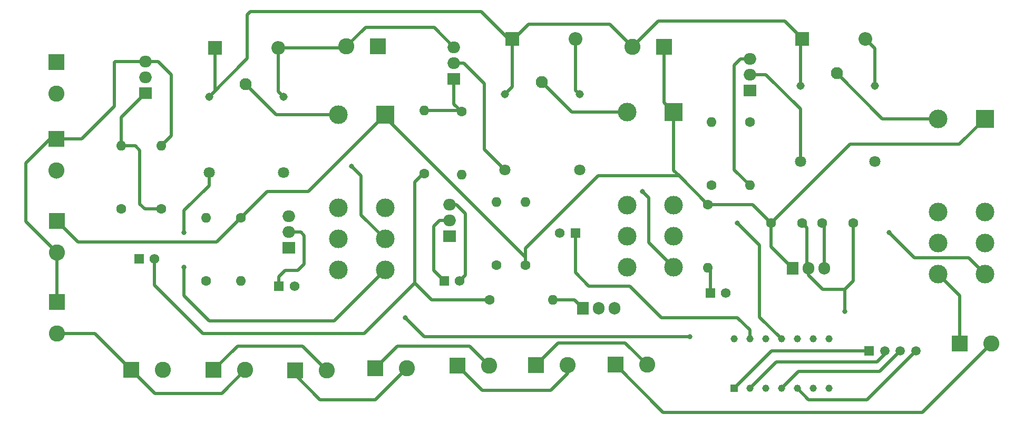
<source format=gbr>
%TF.GenerationSoftware,KiCad,Pcbnew,7.0.5*%
%TF.CreationDate,2024-01-10T23:37:05+05:30*%
%TF.ProjectId,Shutdown Circuit,53687574-646f-4776-9e20-436972637569,rev?*%
%TF.SameCoordinates,Original*%
%TF.FileFunction,Copper,L1,Top*%
%TF.FilePolarity,Positive*%
%FSLAX46Y46*%
G04 Gerber Fmt 4.6, Leading zero omitted, Abs format (unit mm)*
G04 Created by KiCad (PCBNEW 7.0.5) date 2024-01-10 23:37:05*
%MOMM*%
%LPD*%
G01*
G04 APERTURE LIST*
%TA.AperFunction,ComponentPad*%
%ADD10C,1.600000*%
%TD*%
%TA.AperFunction,ComponentPad*%
%ADD11R,2.000000X1.905000*%
%TD*%
%TA.AperFunction,ComponentPad*%
%ADD12O,2.000000X1.905000*%
%TD*%
%TA.AperFunction,ComponentPad*%
%ADD13R,1.905000X2.000000*%
%TD*%
%TA.AperFunction,ComponentPad*%
%ADD14O,1.905000X2.000000*%
%TD*%
%TA.AperFunction,ComponentPad*%
%ADD15O,1.600000X1.600000*%
%TD*%
%TA.AperFunction,ComponentPad*%
%ADD16R,2.600000X2.600000*%
%TD*%
%TA.AperFunction,ComponentPad*%
%ADD17C,2.600000*%
%TD*%
%TA.AperFunction,ComponentPad*%
%ADD18C,1.308000*%
%TD*%
%TA.AperFunction,ComponentPad*%
%ADD19C,1.950000*%
%TD*%
%TA.AperFunction,ComponentPad*%
%ADD20C,1.800000*%
%TD*%
%TA.AperFunction,ComponentPad*%
%ADD21C,1.575000*%
%TD*%
%TA.AperFunction,ComponentPad*%
%ADD22R,1.575000X1.575000*%
%TD*%
%TA.AperFunction,ComponentPad*%
%ADD23R,2.200000X2.200000*%
%TD*%
%TA.AperFunction,ComponentPad*%
%ADD24O,2.200000X2.200000*%
%TD*%
%TA.AperFunction,ComponentPad*%
%ADD25C,3.000000*%
%TD*%
%TA.AperFunction,ComponentPad*%
%ADD26R,3.000000X3.000000*%
%TD*%
%TA.AperFunction,ComponentPad*%
%ADD27R,1.170000X1.170000*%
%TD*%
%TA.AperFunction,ComponentPad*%
%ADD28C,1.170000*%
%TD*%
%TA.AperFunction,ComponentPad*%
%ADD29R,1.508000X1.508000*%
%TD*%
%TA.AperFunction,ComponentPad*%
%ADD30C,1.508000*%
%TD*%
%TA.AperFunction,ViaPad*%
%ADD31C,0.800000*%
%TD*%
%TA.AperFunction,Conductor*%
%ADD32C,0.500000*%
%TD*%
%TA.AperFunction,Conductor*%
%ADD33C,0.200000*%
%TD*%
%TA.AperFunction,Conductor*%
%ADD34C,0.250000*%
%TD*%
G04 APERTURE END LIST*
D10*
%TO.P,C2,2*%
%TO.N,SDC-*%
X174026200Y-60497600D03*
%TO.P,C2,1*%
%TO.N,+5V*%
X169026200Y-60497600D03*
%TD*%
D11*
%TO.P,Q7,1,G*%
%TO.N,Net-(Q7-G)*%
X83413600Y-64465200D03*
D12*
%TO.P,Q7,2,D*%
%TO.N,Net-(Q7-D)*%
X83413600Y-61925200D03*
%TO.P,Q7,3,S*%
%TO.N,SDC-*%
X83413600Y-59385200D03*
%TD*%
D13*
%TO.P,Q5,1,G*%
%TO.N,Net-(Q5-G)*%
X130581400Y-74147800D03*
D14*
%TO.P,Q5,2,D*%
%TO.N,Net-(Q5-D)*%
X133121400Y-74147800D03*
%TO.P,Q5,3,S*%
%TO.N,SDC-*%
X135661400Y-74147800D03*
%TD*%
D11*
%TO.P,Q3,1,G*%
%TO.N,Net-(Q3-G)*%
X109174400Y-62585600D03*
D12*
%TO.P,Q3,2,D*%
%TO.N,Net-(Q3-D)*%
X109174400Y-60045600D03*
%TO.P,Q3,3,S*%
%TO.N,SDC-*%
X109174400Y-57505600D03*
%TD*%
D10*
%TO.P,C1,2*%
%TO.N,SDC-*%
X165847400Y-60472200D03*
%TO.P,C1,1*%
%TO.N,Trac In*%
X160847400Y-60472200D03*
%TD*%
%TO.P,R3,1*%
%TO.N,Net-(Q4-G)*%
X62890400Y-58216800D03*
D15*
%TO.P,R3,2*%
%TO.N,SDC-*%
X62890400Y-48056800D03*
%TD*%
D16*
%TO.P,J4,1,Pin_1*%
%TO.N,Net-(J3-Pin_2)*%
X110510400Y-83413800D03*
D17*
%TO.P,J4,2,Pin_2*%
%TO.N,Net-(J4-Pin_2)*%
X115590400Y-83413800D03*
%TD*%
D16*
%TO.P,J15,1,Pin_1*%
%TO.N,Net-(J15-Pin_1)*%
X58064400Y-84099400D03*
D17*
%TO.P,J15,2,Pin_2*%
%TO.N,SDC+*%
X63144400Y-84099400D03*
%TD*%
D18*
%TO.P,K1,COIL1*%
%TO.N,SDC-*%
X130117900Y-39752500D03*
%TO.P,K1,COIL2*%
%TO.N,reset*%
X118117900Y-39752500D03*
D19*
%TO.P,K1,COM*%
%TO.N,Net-(K1-PadCOM)*%
X123997900Y-37752500D03*
D20*
%TO.P,K1,NC*%
%TO.N,unconnected-(K1-PadNC)*%
X130117900Y-51952500D03*
%TO.P,K1,NO*%
%TO.N,Net-(Q1-D)*%
X118117900Y-51952500D03*
%TD*%
D21*
%TO.P,J17,2,2*%
%TO.N,SDC-*%
X153599200Y-71738000D03*
D22*
%TO.P,J17,1,1*%
%TO.N,Net-(Q5-D)*%
X151099200Y-71738000D03*
%TD*%
D10*
%TO.P,R6,1*%
%TO.N,BSPD fault*%
X116763800Y-67233800D03*
D15*
%TO.P,R6,2*%
%TO.N,Net-(Q3-G)*%
X116763800Y-57073800D03*
%TD*%
D16*
%TO.P,J1,1,Pin_1*%
%TO.N,Net-(J1-Pin_1)*%
X191180800Y-79832400D03*
D17*
%TO.P,J1,2,Pin_2*%
%TO.N,Net-(J1-Pin_2)*%
X196260800Y-79832400D03*
%TD*%
D23*
%TO.P,D2,1,K*%
%TO.N,reset*%
X119311700Y-30819700D03*
D24*
%TO.P,D2,2,A*%
%TO.N,SDC-*%
X129471700Y-30819700D03*
%TD*%
D11*
%TO.P,Q2,1,G*%
%TO.N,Net-(Q2-G)*%
X157480000Y-39166800D03*
D12*
%TO.P,Q2,2,D*%
%TO.N,Net-(Q2-D)*%
X157480000Y-36626800D03*
%TO.P,Q2,3,S*%
%TO.N,SDC-*%
X157480000Y-34086800D03*
%TD*%
D11*
%TO.P,Q4,1,G*%
%TO.N,Net-(Q4-G)*%
X60381000Y-39547800D03*
D12*
%TO.P,Q4,2,D*%
%TO.N,Net-(Q4-D)*%
X60381000Y-37007800D03*
%TO.P,Q4,3,S*%
%TO.N,SDC-*%
X60381000Y-34467800D03*
%TD*%
D16*
%TO.P,J7,1,Pin_1*%
%TO.N,Net-(J6-Pin_2)*%
X71297800Y-84099400D03*
D17*
%TO.P,J7,2,Pin_2*%
%TO.N,Net-(J15-Pin_1)*%
X76377800Y-84099400D03*
%TD*%
D10*
%TO.P,R11,1*%
%TO.N,Trac In*%
X121361200Y-67233800D03*
D15*
%TO.P,R11,2*%
%TO.N,Net-(Q3-D)*%
X121361200Y-57073800D03*
%TD*%
D22*
%TO.P,J16,1,1*%
%TO.N,Net-(Q3-D)*%
X108345600Y-69748400D03*
D21*
%TO.P,J16,2,2*%
%TO.N,SDC-*%
X110845600Y-69748400D03*
%TD*%
D17*
%TO.P,J11,2,Pin_2*%
%TO.N,SDC+*%
X46022614Y-52022798D03*
D16*
%TO.P,J11,1,Pin_1*%
%TO.N,SDC-*%
X46022614Y-46942798D03*
%TD*%
D18*
%TO.P,K3,COIL1*%
%TO.N,SDC-*%
X177557200Y-38371400D03*
%TO.P,K3,COIL2*%
%TO.N,reset*%
X165557200Y-38371400D03*
D19*
%TO.P,K3,COM*%
%TO.N,Net-(K3-PadCOM)*%
X171437200Y-36371400D03*
D20*
%TO.P,K3,NC*%
%TO.N,unconnected-(K3-PadNC)*%
X177557200Y-50571400D03*
%TO.P,K3,NO*%
%TO.N,Net-(Q2-D)*%
X165557200Y-50571400D03*
%TD*%
D10*
%TO.P,R12,1*%
%TO.N,Trac In*%
X150723600Y-57480200D03*
D15*
%TO.P,R12,2*%
%TO.N,Net-(Q5-D)*%
X150723600Y-67640200D03*
%TD*%
D16*
%TO.P,J5,1,Pin_1*%
%TO.N,Net-(J4-Pin_2)*%
X97226200Y-83845600D03*
D17*
%TO.P,J5,2,Pin_2*%
%TO.N,Net-(J5-Pin_2)*%
X102306200Y-83845600D03*
%TD*%
D11*
%TO.P,Q1,1,G*%
%TO.N,Net-(Q1-G)*%
X109911000Y-37236400D03*
D12*
%TO.P,Q1,2,D*%
%TO.N,Net-(Q1-D)*%
X109911000Y-34696400D03*
%TO.P,Q1,3,S*%
%TO.N,SDC-*%
X109911000Y-32156400D03*
%TD*%
D10*
%TO.P,R8,1*%
%TO.N,Net-(Q2-G)*%
X157429200Y-44246800D03*
D15*
%TO.P,R8,2*%
%TO.N,SDC-*%
X157429200Y-54406800D03*
%TD*%
D22*
%TO.P,J14,1,1*%
%TO.N,Net-(Q7-D)*%
X81782600Y-70595000D03*
D21*
%TO.P,J14,2,2*%
%TO.N,SDC-*%
X84282600Y-70595000D03*
%TD*%
D10*
%TO.P,R1,1*%
%TO.N,AMS Fault*%
X70078600Y-69773800D03*
D15*
%TO.P,R1,2*%
%TO.N,Net-(Q7-G)*%
X70078600Y-59613800D03*
%TD*%
D18*
%TO.P,K7,COIL1*%
%TO.N,SDC-*%
X82555600Y-40153400D03*
%TO.P,K7,COIL2*%
%TO.N,reset*%
X70555600Y-40153400D03*
D19*
%TO.P,K7,COM*%
%TO.N,Net-(K2-Pad11)*%
X76435600Y-38153400D03*
D20*
%TO.P,K7,NC*%
%TO.N,unconnected-(K7-PadNC)*%
X82555600Y-52353400D03*
%TO.P,K7,NO*%
%TO.N,Net-(Q4-D)*%
X70555600Y-52353400D03*
%TD*%
D23*
%TO.P,D3,1,K*%
%TO.N,reset*%
X165869900Y-30845100D03*
D24*
%TO.P,D3,2,A*%
%TO.N,SDC-*%
X176029900Y-30845100D03*
%TD*%
D16*
%TO.P,J3,1,Pin_1*%
%TO.N,Net-(J2-Pin_2)*%
X123063000Y-83312000D03*
D17*
%TO.P,J3,2,Pin_2*%
%TO.N,Net-(J3-Pin_2)*%
X128143000Y-83312000D03*
%TD*%
D25*
%TO.P,K4,11*%
%TO.N,Net-(K1-PadCOM)*%
X145218800Y-62581800D03*
%TO.P,K4,12*%
%TO.N,unconnected-(K4-Pad12)*%
X145218800Y-57581800D03*
%TO.P,K4,14*%
%TO.N,Net-(Q1-D)*%
X145218800Y-67581800D03*
%TO.P,K4,21*%
%TO.N,IMD In*%
X137718800Y-62581800D03*
%TO.P,K4,22*%
%TO.N,unconnected-(K4-Pad22)*%
X137718800Y-57581800D03*
%TO.P,K4,24*%
%TO.N,AMS In*%
X137718800Y-67581800D03*
D26*
%TO.P,K4,A1*%
%TO.N,Trac In*%
X145218800Y-42581800D03*
D25*
%TO.P,K4,A2*%
%TO.N,Net-(K1-PadCOM)*%
X137718800Y-42581800D03*
%TD*%
D16*
%TO.P,J2,1,Pin_1*%
%TO.N,Net-(J1-Pin_2)*%
X135834200Y-83261400D03*
D17*
%TO.P,J2,2,Pin_2*%
%TO.N,Net-(J2-Pin_2)*%
X140914200Y-83261400D03*
%TD*%
D10*
%TO.P,R7,1*%
%TO.N,AMS Fault*%
X151282400Y-54381400D03*
D15*
%TO.P,R7,2*%
%TO.N,Net-(Q2-G)*%
X151282400Y-44221400D03*
%TD*%
D16*
%TO.P,J10,1,Pin_1*%
%TO.N,Trac In*%
X46099014Y-60104998D03*
D17*
%TO.P,J10,2,Pin_2*%
%TO.N,SDC-*%
X46099014Y-65184998D03*
%TD*%
D16*
%TO.P,J22,1,Pin_1*%
%TO.N,SDC-*%
X46149814Y-73135198D03*
D17*
%TO.P,J22,2,Pin_2*%
%TO.N,Net-(J15-Pin_1)*%
X46149814Y-78215198D03*
%TD*%
D13*
%TO.P,U2,1,IN*%
%TO.N,Trac In*%
X164338000Y-67741800D03*
D14*
%TO.P,U2,2,GND*%
%TO.N,SDC-*%
X166878000Y-67741800D03*
%TO.P,U2,3,OUT*%
%TO.N,+5V*%
X169418000Y-67741800D03*
%TD*%
D22*
%TO.P,J13,1,1*%
%TO.N,BMS5*%
X129416100Y-62069200D03*
D21*
%TO.P,J13,2,2*%
%TO.N,unconnected-(J13-Pad2)*%
X126916100Y-62069200D03*
%TD*%
D27*
%TO.P,U1,1,1A*%
%TO.N,BMS1*%
X154889200Y-87071200D03*
D28*
%TO.P,U1,2,1B*%
%TO.N,BMS2*%
X157429200Y-87071200D03*
%TO.P,U1,3,1Y*%
%TO.N,out1*%
X159969200Y-87071200D03*
%TO.P,U1,4,2A*%
%TO.N,BMS3*%
X162509200Y-87071200D03*
%TO.P,U1,5,2B*%
%TO.N,BMS4*%
X165049200Y-87071200D03*
%TO.P,U1,6,2Y*%
%TO.N,out2*%
X167589200Y-87071200D03*
%TO.P,U1,7,GND*%
%TO.N,SDC-*%
X170129200Y-87071200D03*
%TO.P,U1,8,3Y*%
%TO.N,out3*%
X170129200Y-79131200D03*
%TO.P,U1,9,3A*%
%TO.N,out2*%
X167589200Y-79131200D03*
%TO.P,U1,10,3B*%
%TO.N,out1*%
X165049200Y-79131200D03*
%TO.P,U1,11,4Y*%
%TO.N,AMS Fault*%
X162509200Y-79131200D03*
%TO.P,U1,12,4A*%
%TO.N,out3*%
X159969200Y-79131200D03*
%TO.P,U1,13,4B*%
%TO.N,BMS5*%
X157429200Y-79131200D03*
%TO.P,U1,14,VCC*%
%TO.N,+5V*%
X154889200Y-79131200D03*
%TD*%
D16*
%TO.P,J6,1,Pin_1*%
%TO.N,Net-(J5-Pin_2)*%
X84353400Y-84150200D03*
D17*
%TO.P,J6,2,Pin_2*%
%TO.N,Net-(J6-Pin_2)*%
X89433400Y-84150200D03*
%TD*%
D10*
%TO.P,R4,1*%
%TO.N,IMD Fault*%
X105130600Y-52527200D03*
D15*
%TO.P,R4,2*%
%TO.N,Net-(Q1-G)*%
X105130600Y-42367200D03*
%TD*%
D10*
%TO.P,R5,1*%
%TO.N,Net-(Q1-G)*%
X111150400Y-42545000D03*
D15*
%TO.P,R5,2*%
%TO.N,SDC-*%
X111150400Y-52705000D03*
%TD*%
D16*
%TO.P,J9,1,Pin_1*%
%TO.N,Trac In*%
X143692800Y-32080000D03*
D17*
%TO.P,J9,2,Pin_2*%
%TO.N,reset*%
X138612800Y-32080000D03*
%TD*%
D22*
%TO.P,J12,1,1*%
%TO.N,BSPD fault*%
X59326700Y-66200800D03*
D21*
%TO.P,J12,2,2*%
%TO.N,IMD Fault*%
X61826700Y-66200800D03*
%TD*%
D29*
%TO.P,J19,1,1*%
%TO.N,BMS1*%
X176596900Y-81059800D03*
D30*
%TO.P,J19,2,2*%
%TO.N,BMS2*%
X179096900Y-81059800D03*
%TO.P,J19,3,3*%
%TO.N,BMS3*%
X181596900Y-81059800D03*
%TO.P,J19,4,4*%
%TO.N,BMS4*%
X184096900Y-81059800D03*
%TD*%
D10*
%TO.P,R9,1*%
%TO.N,IMD Fault*%
X115620800Y-72821800D03*
D15*
%TO.P,R9,2*%
%TO.N,Net-(Q5-G)*%
X125780800Y-72821800D03*
%TD*%
D23*
%TO.P,D1,1,K*%
%TO.N,reset*%
X71526400Y-32308800D03*
D24*
%TO.P,D1,2,A*%
%TO.N,SDC-*%
X81686400Y-32308800D03*
%TD*%
D25*
%TO.P,K5,11*%
%TO.N,Net-(K3-PadCOM)*%
X195198100Y-63664500D03*
%TO.P,K5,12*%
%TO.N,unconnected-(K5-Pad12)*%
X195198100Y-58664500D03*
%TO.P,K5,14*%
%TO.N,Net-(Q2-D)*%
X195198100Y-68664500D03*
%TO.P,K5,21*%
%TO.N,AMS In*%
X187698100Y-63664500D03*
%TO.P,K5,22*%
%TO.N,unconnected-(K5-Pad22)*%
X187698100Y-58664500D03*
%TO.P,K5,24*%
%TO.N,Net-(J1-Pin_1)*%
X187698100Y-68664500D03*
D26*
%TO.P,K5,A1*%
%TO.N,Trac In*%
X195198100Y-43664500D03*
D25*
%TO.P,K5,A2*%
%TO.N,Net-(K3-PadCOM)*%
X187698100Y-43664500D03*
%TD*%
D16*
%TO.P,J18,1,Pin_1*%
%TO.N,BSPD In*%
X97724562Y-32035638D03*
D17*
%TO.P,J18,2,Pin_2*%
%TO.N,SDC-*%
X92644562Y-32035638D03*
%TD*%
D10*
%TO.P,R2,1*%
%TO.N,BSPD fault*%
X56489600Y-58216800D03*
D15*
%TO.P,R2,2*%
%TO.N,Net-(Q4-G)*%
X56489600Y-48056800D03*
%TD*%
D17*
%TO.P,J8,2,Pin_2*%
%TO.N,Trac In*%
X46073814Y-39662998D03*
D16*
%TO.P,J8,1,Pin_1*%
%TO.N,BSPD In*%
X46073814Y-34582998D03*
%TD*%
D25*
%TO.P,K2,11*%
%TO.N,Net-(K2-Pad11)*%
X98830500Y-63029500D03*
%TO.P,K2,12*%
%TO.N,unconnected-(K2-Pad12)*%
X98830500Y-58029500D03*
%TO.P,K2,14*%
%TO.N,Net-(Q4-D)*%
X98830500Y-68029500D03*
%TO.P,K2,21*%
%TO.N,BSPD In*%
X91330500Y-63029500D03*
%TO.P,K2,22*%
%TO.N,unconnected-(K2-Pad22)*%
X91330500Y-58029500D03*
%TO.P,K2,24*%
%TO.N,IMD In*%
X91330500Y-68029500D03*
D26*
%TO.P,K2,A1*%
%TO.N,Trac In*%
X98830500Y-43029500D03*
D25*
%TO.P,K2,A2*%
%TO.N,Net-(K2-Pad11)*%
X91330500Y-43029500D03*
%TD*%
D10*
%TO.P,R10,1*%
%TO.N,Trac In*%
X75666600Y-59613800D03*
D15*
%TO.P,R10,2*%
%TO.N,Net-(Q7-D)*%
X75666600Y-69773800D03*
%TD*%
D31*
%TO.N,AMS Fault*%
X102108000Y-75692000D03*
X147828000Y-78740000D03*
%TO.N,Net-(Q4-D)*%
X66548000Y-61976000D03*
X66548000Y-67564000D03*
%TO.N,Net-(Q1-D)*%
X140208000Y-55372000D03*
%TO.N,Net-(K2-Pad11)*%
X93472000Y-51308000D03*
%TO.N,Net-(Q2-D)*%
X179832000Y-61976000D03*
%TO.N,AMS Fault*%
X155448000Y-60452000D03*
%TO.N,SDC-*%
X172720000Y-74676000D03*
%TD*%
D32*
%TO.N,SDC-*%
X45005202Y-46942798D02*
X46022614Y-46942798D01*
X41148000Y-60233984D02*
X41148000Y-50800000D01*
X46099014Y-65184998D02*
X41148000Y-60233984D01*
X41148000Y-50800000D02*
X45005202Y-46942798D01*
%TO.N,AMS Fault*%
X105156000Y-78740000D02*
X147828000Y-78740000D01*
X102108000Y-75692000D02*
X105156000Y-78740000D01*
%TO.N,Net-(Q4-D)*%
X90660000Y-76200000D02*
X98830500Y-68029500D01*
X70612000Y-76200000D02*
X90660000Y-76200000D01*
X66548000Y-72136000D02*
X70612000Y-76200000D01*
X66548000Y-67564000D02*
X66548000Y-72136000D01*
X66548000Y-58420000D02*
X66548000Y-61976000D01*
X70555600Y-54412400D02*
X66548000Y-58420000D01*
X70555600Y-52353400D02*
X70555600Y-54412400D01*
%TO.N,IMD Fault*%
X95504000Y-78232000D02*
X103632000Y-70104000D01*
X61826700Y-70462700D02*
X69596000Y-78232000D01*
X61826700Y-66200800D02*
X61826700Y-70462700D01*
X69596000Y-78232000D02*
X95504000Y-78232000D01*
%TO.N,Net-(Q1-D)*%
X141224000Y-63587000D02*
X145218800Y-67581800D01*
X141224000Y-56388000D02*
X141224000Y-63587000D01*
X140208000Y-55372000D02*
X141224000Y-56388000D01*
%TO.N,reset*%
X71526400Y-39182600D02*
X70555600Y-40153400D01*
X71526400Y-32308800D02*
X71526400Y-39182600D01*
X77216000Y-26416000D02*
X114300000Y-26416000D01*
X118703700Y-30819700D02*
X119311700Y-30819700D01*
X76708000Y-26924000D02*
X77216000Y-26416000D01*
X70555600Y-40153400D02*
X76708000Y-34001000D01*
X76708000Y-34001000D02*
X76708000Y-26924000D01*
X114300000Y-26416000D02*
X118703700Y-30819700D01*
%TO.N,BMS5*%
X157429200Y-77673200D02*
X157429200Y-79131200D01*
X143256000Y-75692000D02*
X155448000Y-75692000D01*
X131572000Y-70612000D02*
X138176000Y-70612000D01*
X138176000Y-70612000D02*
X143256000Y-75692000D01*
X129416100Y-68456100D02*
X131572000Y-70612000D01*
X155448000Y-75692000D02*
X157429200Y-77673200D01*
X129416100Y-62069200D02*
X129416100Y-68456100D01*
%TO.N,Net-(Q3-D)*%
X107594400Y-60045600D02*
X109174400Y-60045600D01*
X106680000Y-60960000D02*
X107594400Y-60045600D01*
X106680000Y-68082800D02*
X106680000Y-60960000D01*
X108345600Y-69748400D02*
X106680000Y-68082800D01*
D33*
%TO.N,SDC-*%
X55372000Y-34544000D02*
X55448200Y-34467800D01*
D32*
X50085202Y-46942798D02*
X55372000Y-41656000D01*
X55372000Y-41656000D02*
X55372000Y-34544000D01*
X55448200Y-34467800D02*
X60381000Y-34467800D01*
X46022614Y-46942798D02*
X50085202Y-46942798D01*
%TO.N,Net-(Q4-G)*%
X60248800Y-58216800D02*
X62890400Y-58216800D01*
X59436000Y-57404000D02*
X60248800Y-58216800D01*
X59436000Y-48768000D02*
X59436000Y-57404000D01*
X58724800Y-48056800D02*
X59436000Y-48768000D01*
X56489600Y-48056800D02*
X58724800Y-48056800D01*
%TO.N,Net-(Q7-D)*%
X82804000Y-68072000D02*
X81782600Y-69093400D01*
X85852000Y-67056000D02*
X84836000Y-68072000D01*
X84836000Y-68072000D02*
X82804000Y-68072000D01*
X81782600Y-69093400D02*
X81782600Y-70595000D01*
X85852000Y-62484000D02*
X85852000Y-67056000D01*
X85293200Y-61925200D02*
X85852000Y-62484000D01*
X83413600Y-61925200D02*
X85293200Y-61925200D01*
%TO.N,Net-(J1-Pin_2)*%
X185161200Y-90932000D02*
X196260800Y-79832400D01*
X143504800Y-90932000D02*
X185161200Y-90932000D01*
X135834200Y-83261400D02*
X143504800Y-90932000D01*
%TO.N,Net-(K2-Pad11)*%
X94996000Y-52832000D02*
X93472000Y-51308000D01*
X94996000Y-59195000D02*
X94996000Y-52832000D01*
X98830500Y-63029500D02*
X94996000Y-59195000D01*
%TO.N,Net-(Q5-G)*%
X125780800Y-72821800D02*
X129255400Y-72821800D01*
X129255400Y-72821800D02*
X130581400Y-74147800D01*
%TO.N,SDC-*%
X46099014Y-73084398D02*
X46149814Y-73135198D01*
X46099014Y-65184998D02*
X46099014Y-73084398D01*
X64516000Y-46431200D02*
X62890400Y-48056800D01*
X62407800Y-34467800D02*
X64516000Y-36576000D01*
X64516000Y-36576000D02*
X64516000Y-46431200D01*
X60381000Y-34467800D02*
X62407800Y-34467800D01*
%TO.N,Net-(Q4-G)*%
X56489600Y-43439200D02*
X60381000Y-39547800D01*
X56489600Y-48056800D02*
X56489600Y-43439200D01*
%TO.N,SDC-*%
X111760000Y-68834000D02*
X110845600Y-69748400D01*
X111760000Y-58928000D02*
X111760000Y-68834000D01*
X110337600Y-57505600D02*
X111760000Y-58928000D01*
X109174400Y-57505600D02*
X110337600Y-57505600D01*
%TO.N,Net-(K2-Pad11)*%
X76435600Y-38153400D02*
X81311700Y-43029500D01*
X81311700Y-43029500D02*
X91330500Y-43029500D01*
%TO.N,SDC-*%
X154940000Y-51917600D02*
X157429200Y-54406800D01*
X154940000Y-35052000D02*
X154940000Y-51917600D01*
X155905200Y-34086800D02*
X154940000Y-35052000D01*
X157480000Y-34086800D02*
X155905200Y-34086800D01*
X106710600Y-28956000D02*
X109911000Y-32156400D01*
X95724200Y-28956000D02*
X106710600Y-28956000D01*
X92644562Y-32035638D02*
X95724200Y-28956000D01*
X92371400Y-32308800D02*
X92644562Y-32035638D01*
X81686400Y-32308800D02*
X92371400Y-32308800D01*
X81686400Y-39284200D02*
X82555600Y-40153400D01*
X81686400Y-32308800D02*
X81686400Y-39284200D01*
%TO.N,Net-(Q2-D)*%
X183896000Y-66040000D02*
X192573600Y-66040000D01*
X192573600Y-66040000D02*
X195198100Y-68664500D01*
X179832000Y-61976000D02*
X183896000Y-66040000D01*
X160020000Y-36576000D02*
X159969200Y-36626800D01*
X165557200Y-42113200D02*
X160020000Y-36576000D01*
X159969200Y-36626800D02*
X157480000Y-36626800D01*
X165557200Y-50571400D02*
X165557200Y-42113200D01*
%TO.N,Net-(K1-PadCOM)*%
X128827200Y-42581800D02*
X137718800Y-42581800D01*
X123997900Y-37752500D02*
X128827200Y-42581800D01*
%TO.N,Net-(Q1-D)*%
X114808000Y-38003892D02*
X114808000Y-48642600D01*
X111500508Y-34696400D02*
X114808000Y-38003892D01*
X109911000Y-34696400D02*
X111500508Y-34696400D01*
X114808000Y-48642600D02*
X118117900Y-51952500D01*
%TO.N,reset*%
X119548300Y-30819700D02*
X119311700Y-30819700D01*
X121920000Y-28448000D02*
X119548300Y-30819700D01*
X134980800Y-28448000D02*
X121920000Y-28448000D01*
X138612800Y-32080000D02*
X134980800Y-28448000D01*
X118117900Y-39752500D02*
X119311700Y-38558700D01*
X119311700Y-38558700D02*
X119311700Y-30819700D01*
%TO.N,SDC-*%
X129471700Y-39106300D02*
X130117900Y-39752500D01*
X129471700Y-30819700D02*
X129471700Y-39106300D01*
%TO.N,AMS Fault*%
X159004000Y-64008000D02*
X155448000Y-60452000D01*
X159004000Y-75626000D02*
X159004000Y-64008000D01*
X162509200Y-79131200D02*
X159004000Y-75626000D01*
D34*
%TO.N,Net-(Q2-D)*%
X157480000Y-36626800D02*
X157527500Y-36626800D01*
D32*
%TO.N,Net-(K3-PadCOM)*%
X178730300Y-43664500D02*
X187698100Y-43664500D01*
X171437200Y-36371400D02*
X178730300Y-43664500D01*
%TO.N,reset*%
X165869900Y-30741900D02*
X165869900Y-30845100D01*
X163068000Y-27940000D02*
X165869900Y-30741900D01*
X142752800Y-27940000D02*
X163068000Y-27940000D01*
X138612800Y-32080000D02*
X142752800Y-27940000D01*
X165557200Y-31157800D02*
X165869900Y-30845100D01*
X165557200Y-38371400D02*
X165557200Y-31157800D01*
%TO.N,SDC-*%
X177557200Y-32372400D02*
X176029900Y-30845100D01*
X177557200Y-38371400D02*
X177557200Y-32372400D01*
%TO.N,Net-(J1-Pin_1)*%
X191180800Y-79832400D02*
X191180800Y-72147200D01*
X191180800Y-72147200D02*
X187698100Y-68664500D01*
%TO.N,SDC-*%
X172720000Y-74676000D02*
X172720000Y-71120000D01*
%TO.N,IMD Fault*%
X103632000Y-53848000D02*
X104952800Y-52527200D01*
X104952800Y-52527200D02*
X105130600Y-52527200D01*
X103632000Y-70104000D02*
X103632000Y-53848000D01*
X106349800Y-72821800D02*
X103632000Y-70104000D01*
X115620800Y-72821800D02*
X106349800Y-72821800D01*
%TO.N,Net-(Q1-G)*%
X109911000Y-41305600D02*
X111150400Y-42545000D01*
X109911000Y-37236400D02*
X109911000Y-41305600D01*
X110972600Y-42367200D02*
X111150400Y-42545000D01*
X105130600Y-42367200D02*
X110972600Y-42367200D01*
%TO.N,Net-(J2-Pin_2)*%
X126619000Y-79756000D02*
X137408800Y-79756000D01*
X137408800Y-79756000D02*
X140914200Y-83261400D01*
X123063000Y-83312000D02*
X126619000Y-79756000D01*
%TO.N,Net-(J3-Pin_2)*%
X128143000Y-84709000D02*
X128143000Y-83312000D01*
X125476000Y-87376000D02*
X128143000Y-84709000D01*
X114472600Y-87376000D02*
X125476000Y-87376000D01*
X110510400Y-83413800D02*
X114472600Y-87376000D01*
%TO.N,Net-(J4-Pin_2)*%
X112440600Y-80264000D02*
X115590400Y-83413800D01*
X100807800Y-80264000D02*
X112440600Y-80264000D01*
X97226200Y-83845600D02*
X100807800Y-80264000D01*
%TO.N,Net-(J5-Pin_2)*%
X88392000Y-88900000D02*
X97251800Y-88900000D01*
X84353400Y-84861400D02*
X88392000Y-88900000D01*
X84353400Y-84150200D02*
X84353400Y-84861400D01*
X97251800Y-88900000D02*
X102306200Y-83845600D01*
%TO.N,Net-(J6-Pin_2)*%
X75133200Y-80264000D02*
X85547200Y-80264000D01*
X71297800Y-84099400D02*
X75133200Y-80264000D01*
X85547200Y-80264000D02*
X89433400Y-84150200D01*
%TO.N,Net-(J15-Pin_1)*%
X72593200Y-87884000D02*
X76377800Y-84099400D01*
X58064400Y-84099400D02*
X61849000Y-87884000D01*
X61849000Y-87884000D02*
X72593200Y-87884000D01*
X52180198Y-78215198D02*
X58064400Y-84099400D01*
X46149814Y-78215198D02*
X52180198Y-78215198D01*
%TO.N,SDC-*%
X166624000Y-67487800D02*
X166878000Y-67741800D01*
X166624000Y-61248800D02*
X166624000Y-67487800D01*
X165847400Y-60472200D02*
X166624000Y-61248800D01*
X169164000Y-71120000D02*
X166878000Y-68834000D01*
X172720000Y-71120000D02*
X169164000Y-71120000D01*
X174026200Y-69813800D02*
X172720000Y-71120000D01*
X174026200Y-60497600D02*
X174026200Y-69813800D01*
X166878000Y-68834000D02*
X166878000Y-67741800D01*
%TO.N,+5V*%
X169418000Y-60889400D02*
X169026200Y-60497600D01*
X169418000Y-67741800D02*
X169418000Y-60889400D01*
%TO.N,Trac In*%
X160847400Y-64251200D02*
X164338000Y-67741800D01*
X160847400Y-60472200D02*
X160847400Y-64251200D01*
%TO.N,Net-(Q5-D)*%
X151099200Y-68015800D02*
X150723600Y-67640200D01*
X151099200Y-71738000D02*
X151099200Y-68015800D01*
%TO.N,BMS4*%
X166878000Y-88900000D02*
X165049200Y-87071200D01*
X176256700Y-88900000D02*
X166878000Y-88900000D01*
X184096900Y-81059800D02*
X176256700Y-88900000D01*
%TO.N,BMS3*%
X165252400Y-84328000D02*
X162509200Y-87071200D01*
X181596900Y-81059800D02*
X178328700Y-84328000D01*
X178328700Y-84328000D02*
X165252400Y-84328000D01*
%TO.N,BMS2*%
X177830350Y-82804000D02*
X161696400Y-82804000D01*
X161696400Y-82804000D02*
X157429200Y-87071200D01*
X179096900Y-81537450D02*
X177830350Y-82804000D01*
X179096900Y-81059800D02*
X179096900Y-81537450D01*
%TO.N,BMS1*%
X160900600Y-81059800D02*
X154889200Y-87071200D01*
X176596900Y-81059800D02*
X160900600Y-81059800D01*
%TO.N,Trac In*%
X71780400Y-63500000D02*
X75666600Y-59613800D01*
X49494016Y-63500000D02*
X71780400Y-63500000D01*
X46099014Y-60104998D02*
X49494016Y-63500000D01*
X191110600Y-47752000D02*
X195198100Y-43664500D01*
X173567600Y-47752000D02*
X191110600Y-47752000D01*
X160847400Y-60472200D02*
X173567600Y-47752000D01*
X157855400Y-57480200D02*
X160847400Y-60472200D01*
X150723600Y-57480200D02*
X157855400Y-57480200D01*
X145218800Y-51975400D02*
X146075400Y-52832000D01*
X145218800Y-42581800D02*
X145218800Y-51975400D01*
X143692800Y-41055800D02*
X145218800Y-42581800D01*
X143692800Y-32080000D02*
X143692800Y-41055800D01*
X146075400Y-52832000D02*
X150723600Y-57480200D01*
X133096000Y-52832000D02*
X146075400Y-52832000D01*
X121361200Y-64566800D02*
X133096000Y-52832000D01*
X121361200Y-67233800D02*
X121361200Y-64566800D01*
X121361200Y-65989200D02*
X121361200Y-67233800D01*
X98830500Y-43458500D02*
X121361200Y-65989200D01*
X98830500Y-43029500D02*
X98830500Y-43458500D01*
X86488000Y-55372000D02*
X98830500Y-43029500D01*
X79908400Y-55372000D02*
X86488000Y-55372000D01*
X75666600Y-59613800D02*
X79908400Y-55372000D01*
D33*
%TO.N,SDC+*%
X46022614Y-53297598D02*
X46022614Y-52022798D01*
%TO.N,SDC-*%
X46149614Y-46815798D02*
X46022614Y-46942798D01*
D34*
%TO.N,Net-(Q2-G)*%
X157429200Y-39217600D02*
X157480000Y-39166800D01*
%TO.N,Net-(Q1-G)*%
X110794800Y-42189400D02*
X111150400Y-42545000D01*
X111125000Y-42519600D02*
X111150400Y-42545000D01*
%TO.N,BMS5*%
X129416100Y-62069200D02*
X129416100Y-62461700D01*
%TO.N,Net-(Q2-G)*%
X157403800Y-44221400D02*
X157429200Y-44246800D01*
%TD*%
M02*

</source>
